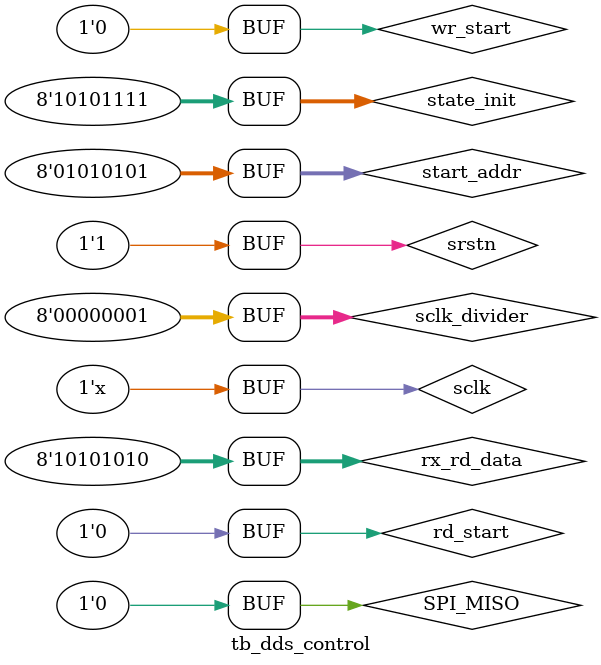
<source format=v>
`timescale 1ns/1ps
module tb_dds_control();
    reg            sclk              ;    // System Clock.
    reg            srstn             ;    // System Reset. Low Active 
    reg  [ 7 : 0]  sclk_divider      ;    // SPI Clock Control 
    reg            wr_start          ;    // ReRAM Write  Start 
    reg            rd_start          ;    // ReRAM Read   Start  

    wire           wr_finish         ;    // ReRAM Write  Finish 
    wire           rd_finish         ;    // ReRAM Read   Finish

    reg   [ 7 : 0] start_addr        ;    // Write / Read Start Address
    reg   [ 7 : 0] state_init        ; 

    reg   [ 7 : 0] rx_rd_data        ;    // Rx BRAM Read Data
    wire  [ 7 : 0] tx_wr_data        ;    // Tx BRAM Write Data

    wire           SPI_SCLK          ;   // Reram SPI Clock 
    wire           SPI_CSN           ;    // ReRAM SPI Chip Select 
    wire           SPI_MOSI          ;    // ReRAM SPI Master Output 
    reg            SPI_MISO          ;    // ReRAM SPI Master Input
    
  //==============================================================
// initial  value
//==============================================================
    initial begin
    
        sclk         = 1'b0 ;
        SPI_MISO     = 1'b0 ;
        
        srstn        = 1'b0 ;
        rd_start     = 1'b0 ;
        wr_start     = 1'b0 ;
        start_addr   = 8'h0 ;
        rx_rd_data   = 8'h0 ;
        sclk_divider = 8'h0 ;
        #100
        srstn        = 1'b1 ;
        #150
        rx_rd_data   = 8'haa;
        rd_start     = 1'b0 ;
        wr_start     = 1'b1 ;
        start_addr   = 8'h55;
        state_init   = 8'haf;
        sclk_divider = 8'h1 ;
        #200
        rd_start     = 1'b0 ;
        wr_start     = 1'b0 ;
       // $monitor  (" r_tx_bram_wr_data:%h", r_tx_wr_data);
    end
 
    always #50    sclk     = ~sclk; 
  //  always #400   SPI_MISO = ~SPI_MISO  ; 

   spi_master_drive SPI_Master_init (
    .sclk        (sclk        ),    // System Clock.
    .srstn       (srstn       ),    // System Reset. Low Active 
    .sclk_divider(sclk_divider),    // SPI Clock Control / Divid
    .wr_start    (wr_start    ),    // Write  Start 
    .rd_start    (rd_start    ),    // Read   Start  

    .wr_finish   (wr_finish   ),    // Write  Finish 
    .rd_finish   (rd_finish   ),    // Read   Finish

    .start_addr  (start_addr  ),    // Write / Read Start Address
    .state_init  (state_init  ),    // slaver state initial  
    .rx_rd_data  (rx_rd_data  ),    // Rx Read Data
    .tx_wr_data  (tx_wr_data  ),    // Tx Write Data

    .SPI_SCLK    (SPI_SCLK    ),    // SPI Clock 
    .SPI_CSN     (SPI_CSN     ),    // SPI Chip Select 
    .SPI_MOSI    (SPI_MOSI    ),    // SPI Master Output 
    .SPI_MISO    (SPI_MISO    )     // SPI Master Input
);
endmodule
</source>
